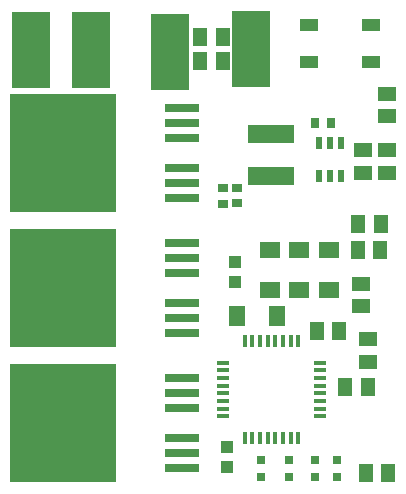
<source format=gbr>
G04 EAGLE Gerber RS-274X export*
G75*
%MOMM*%
%FSLAX34Y34*%
%LPD*%
%INSolderpaste Top*%
%IPPOS*%
%AMOC8*
5,1,8,0,0,1.08239X$1,22.5*%
G01*
%ADD10R,3.000000X0.800000*%
%ADD11R,9.000000X10.000000*%
%ADD12R,1.100000X1.000000*%
%ADD13R,1.300000X1.500000*%
%ADD14R,1.800000X1.400000*%
%ADD15R,1.400000X1.800000*%
%ADD16R,1.500000X1.300000*%
%ADD17R,0.557200X1.096100*%
%ADD18R,3.987800X1.498600*%
%ADD19R,0.700000X0.900000*%
%ADD20R,0.900000X0.700000*%
%ADD21R,0.800000X0.800000*%
%ADD22R,1.300000X1.600000*%
%ADD23R,3.251200X6.451600*%
%ADD24R,1.549400X0.990600*%
%ADD25R,1.600000X1.300000*%
%ADD26R,0.457200X1.140600*%
%ADD27R,1.140600X0.457200*%


D10*
X157275Y251000D03*
X157275Y263700D03*
X157275Y276400D03*
X157275Y301800D03*
X157275Y314500D03*
X157275Y327200D03*
D11*
X56250Y289100D03*
D10*
X157275Y136700D03*
X157275Y149400D03*
X157275Y162100D03*
X157275Y187500D03*
X157275Y200200D03*
X157275Y212900D03*
D11*
X56250Y174800D03*
D10*
X157275Y22400D03*
X157275Y35100D03*
X157275Y47800D03*
X157275Y73200D03*
X157275Y85900D03*
X157275Y98600D03*
D11*
X56250Y60500D03*
D12*
X194900Y40600D03*
X194900Y23600D03*
D13*
X325100Y206800D03*
X306100Y206800D03*
X290100Y138300D03*
X271100Y138300D03*
D14*
X231700Y207000D03*
X231700Y173000D03*
D15*
X237600Y151300D03*
X203600Y151300D03*
D14*
X281300Y173000D03*
X281300Y207000D03*
X256100Y173000D03*
X256100Y207000D03*
D16*
X308300Y159500D03*
X308300Y178500D03*
D13*
X325300Y229300D03*
X306300Y229300D03*
D12*
X201800Y197100D03*
X201800Y180100D03*
D17*
X272800Y270111D03*
X282300Y270111D03*
X291800Y270111D03*
X291800Y298090D03*
X282300Y298090D03*
X272800Y298090D03*
D18*
X232800Y269700D03*
X232800Y305700D03*
D19*
X269900Y314900D03*
X282900Y314900D03*
D13*
X172500Y366900D03*
X191500Y366900D03*
X172500Y387400D03*
X191500Y387400D03*
D20*
X191900Y259300D03*
X191900Y246300D03*
X203900Y259500D03*
X203900Y246500D03*
D21*
X269500Y14500D03*
X269500Y29500D03*
X288400Y14500D03*
X288400Y29500D03*
D22*
X312700Y18700D03*
X331700Y18700D03*
D23*
X28900Y376800D03*
X215900Y377100D03*
X80000Y376400D03*
X146900Y374700D03*
D24*
X317250Y366000D03*
X317250Y398000D03*
X264750Y398000D03*
X264750Y366000D03*
D25*
X315000Y131500D03*
X315000Y112500D03*
D22*
X314500Y91000D03*
X295500Y91000D03*
D21*
X224000Y14500D03*
X224000Y29500D03*
X248000Y14500D03*
X248000Y29500D03*
D25*
X331000Y339500D03*
X331000Y320500D03*
X331000Y291500D03*
X331000Y272500D03*
X310000Y291500D03*
X310000Y272500D03*
D26*
X255750Y129755D03*
X249250Y129755D03*
X242750Y129755D03*
X236250Y129755D03*
X229750Y129755D03*
X223250Y129755D03*
X216750Y129755D03*
X210250Y129755D03*
D27*
X192245Y111750D03*
X192245Y105250D03*
X192245Y98750D03*
X192245Y92250D03*
X192245Y85750D03*
X192245Y79250D03*
X192245Y72750D03*
X192245Y66250D03*
D26*
X210250Y48245D03*
X216750Y48245D03*
X223250Y48245D03*
X229750Y48245D03*
X236250Y48245D03*
X242750Y48245D03*
X249250Y48245D03*
X255750Y48245D03*
D27*
X273755Y66250D03*
X273755Y72750D03*
X273755Y79250D03*
X273755Y85750D03*
X273755Y92250D03*
X273755Y98750D03*
X273755Y105250D03*
X273755Y111750D03*
M02*

</source>
